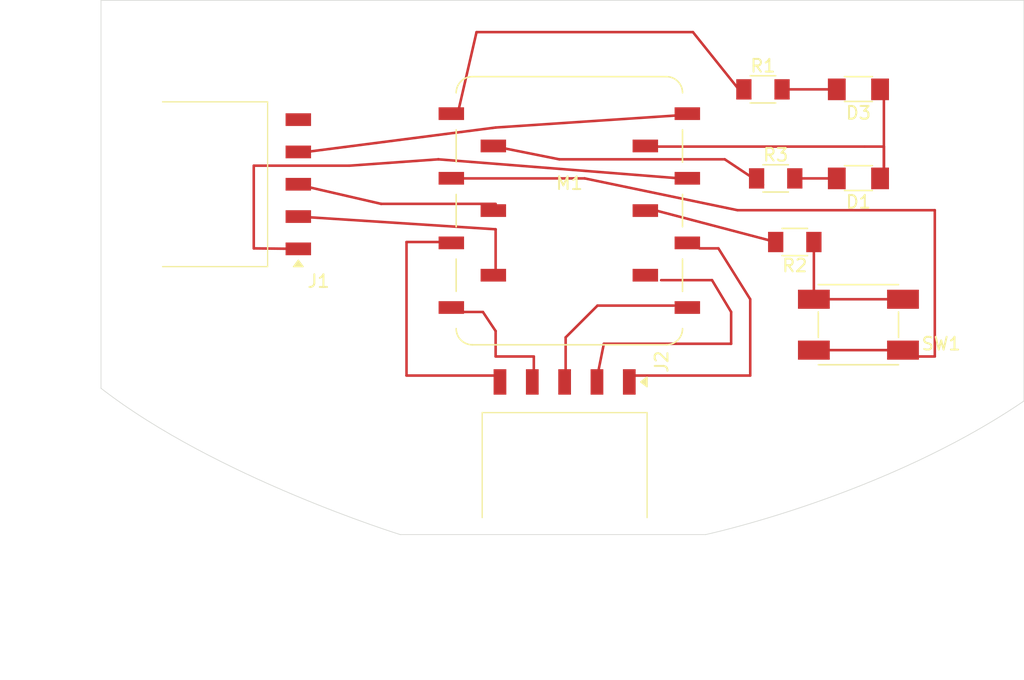
<source format=kicad_pcb>
(kicad_pcb (version 20241229) (generator "pcbnew") (generator_version "9.0")
  (layers (0 "F.Cu" signal) (2 "B.Cu" signal) (13 "F.Paste" user) (15 "B.Paste" user) (5 "F.SilkS" user "F.Silkscreen") (7 "B.SilkS" user "B.Silkscreen") (1 "F.Mask" user) (3 "B.Mask" user) (25 "Edge.Cuts" user))
  (net 0 "")
  (net 1 "Net-(D3-A)")
  (net 2 "PWR_GND")
  (net 3 "Net-(M1-D0)")
  (net 4 "Net-(M1-D6)")
  (net 5 "+5V")
  (net 6 "Net-(M1-D4)")
  (net 7 "Net-(M1-D8)")
  (net 8 "Net-(M1-D7)")
  (net 9 "Net-(M1-D9)")
  (net 10 "Net-(D1-A)")
  (net 11 "Net-(M1-D1)")
  (net 12 "Net-(M1-D2)")
  (net 13 "Net-(M1-D10)")
  (net 14 "Net-(R2-Pad1)")
  (net 15 "Earth")
  (net 16 "PWR_3V3")
  (net 17 "Net-(M1-D5)")
  (net 18 "Net-(M1-D3)")
  (footprint "PCM_fab:Button_Omron_B3SN_6.0x6.0mm" (layer "F.Cu") (at 181 69.5)
    (property "Reference" "SW1" (at 6.5 1.5 0) (layer "F.SilkS"))
    (property "Value" "Switch_Tactile_Omron")
    (fp_line (start -3.15 -3.15) (end 3.15 -3.15) (stroke (width 0.12)) (layer "F.SilkS"))
    (fp_line (start -3.15 1) (end -3.15 -1) (stroke (width 0.12)) (layer "F.SilkS"))
    (fp_line (start 3.15 -1) (end 3.15 1) (stroke (width 0.12)) (layer "F.SilkS"))
    (fp_line (start 3.15 3.15) (end -3.15 3.15) (stroke (width 0.12)) (layer "F.SilkS"))
    (pad "1" smd rect (at -3.5 -2) (size 2.5 1.5) (layers "F.Cu" "F.Mask" "F.Paste") (net 14 "Net-(R2-Pad1)"))
    (pad "1" smd rect (at 3.5 -2) (size 2.5 1.5) (layers "F.Cu" "F.Mask" "F.Paste") (net 14 "Net-(R2-Pad1)"))
    (pad "2" smd rect (at -3.5 2) (size 2.5 1.5) (layers "F.Cu" "F.Mask" "F.Paste") (net 12 "Net-(M1-D2)"))
    (pad "2" smd rect (at 3.5 2) (size 2.5 1.5) (layers "F.Cu" "F.Mask" "F.Paste") (net 12 "Net-(M1-D2)"))
  )
  (footprint "PCM_fab:PinSocket_01x05_P2.54mm_Horizontal_SMD" (layer "F.Cu") (at 137 63.54 180)
    (property "Reference" "J1" (at -0.635 -2.54 0) (layer "F.SilkS") (effects (justify left)))
    (property "Value" "PinSocket_01x05_P2.54mm_Horizontal_SMD I2C")
    (fp_line (start 10.668 -1.397) (end 2.413 -1.397) (stroke (width 0.1)) (layer "F.SilkS"))
    (fp_line (start 2.413 11.557) (end 10.668 11.557) (stroke (width 0.1)) (layer "F.SilkS"))
    (fp_line (start 2.413 -1.397) (end 2.413 11.557) (stroke (width 0.1)) (layer "F.SilkS"))
    (fp_poly (pts (xy 0 -0.889) (xy -0.381 -1.397) (xy 0.381 -1.397)) (stroke (width 0.1)) (fill yes) (layer "F.SilkS"))
    (pad "1" smd rect (at 0 0 180) (size 2 1) (layers "F.Cu" "F.Mask" "F.Paste") (net 16 "PWR_3V3"))
    (pad "2" smd rect (at 0 2.54 180) (size 2 1) (layers "F.Cu" "F.Mask" "F.Paste") (net 17 "Net-(M1-D5)"))
    (pad "3" smd rect (at 0 5.08 180) (size 2 1) (layers "F.Cu" "F.Mask" "F.Paste") (net 18 "Net-(M1-D3)"))
    (pad "4" smd rect (at 0 7.62 180) (size 2 1) (layers "F.Cu" "F.Mask" "F.Paste") (net 5 "+5V"))
    (pad "5" smd rect (at 0 10.16 180) (size 2 1) (layers "F.Cu" "F.Mask" "F.Paste") (net 15 "Earth"))
  )
  (footprint "PCM_fab:R_1206" (layer "F.Cu") (at 174.5 58)
    (property "Reference" "R3" (at 0 -1.85 0) (layer "F.SilkS"))
    (property "Value" "R_1k")
    (fp_line (start -1 -1.07) (end 1 -1.07) (stroke (width 0.12)) (layer "F.SilkS"))
    (fp_line (start 1 1.07) (end -1 1.07) (stroke (width 0.12)) (layer "F.SilkS"))
    (pad "1" smd rect (at -1.5 0) (size 1.2 1.6) (layers "F.Cu" "F.Mask" "F.Paste") (net 11 "Net-(M1-D1)"))
    (pad "2" smd rect (at 1.5 0) (size 1.2 1.6) (layers "F.Cu" "F.Mask" "F.Paste") (net 10 "Net-(D1-A)"))
  )
  (footprint "PCM_fab:R_1206" (layer "F.Cu") (at 176 63 180)
    (property "Reference" "R2" (at 0 -1.85 0) (layer "F.SilkS"))
    (property "Value" "R_10k")
    (fp_line (start 1 1.07) (end -1 1.07) (stroke (width 0.12)) (layer "F.SilkS"))
    (fp_line (start -1 -1.07) (end 1 -1.07) (stroke (width 0.12)) (layer "F.SilkS"))
    (pad "1" smd rect (at -1.5 0 180) (size 1.2 1.6) (layers "F.Cu" "F.Mask" "F.Paste") (net 14 "Net-(R2-Pad1)"))
    (pad "2" smd rect (at 1.5 0 180) (size 1.2 1.6) (layers "F.Cu" "F.Mask" "F.Paste") (net 13 "Net-(M1-D10)"))
  )
  (footprint "PCM_fab:LED_1206" (layer "F.Cu") (at 181 58 180)
    (property "Reference" "D1" (at 0 -1.85 0) (layer "F.SilkS"))
    (property "Value" "LED_1206")
    (fp_line (start -1.1 1) (end 1.1 1) (stroke (width 0.12)) (layer "F.SilkS"))
    (fp_line (start -1.1 -0.95) (end 1.1 -0.95) (stroke (width 0.12)) (layer "F.SilkS"))
    (pad "1" smd rect (at -1.7 0 180) (size 1.4 1.7) (layers "F.Cu" "F.Mask" "F.Paste") (net 2 "PWR_GND"))
    (pad "2" smd rect (at 1.7 0 180) (size 1.4 1.7) (layers "F.Cu" "F.Mask" "F.Paste") (net 10 "Net-(D1-A)"))
  )
  (footprint "PCM_fab:PinSocket_01x05_P2.54mm_Horizontal_SMD" (layer "F.Cu") (at 163 74 -90)
    (property "Reference" "J2" (at -0.635 -2.54 90) (layer "F.SilkS") (effects (justify left)))
    (property "Value" "PinSocket_01x05_P2.54mm_Horizontal_SMD I2C")
    (fp_line (start 2.413 11.557) (end 10.668 11.557) (stroke (width 0.1)) (layer "F.SilkS"))
    (fp_line (start 2.413 -1.397) (end 2.413 11.557) (stroke (width 0.1)) (layer "F.SilkS"))
    (fp_line (start 10.668 -1.397) (end 2.413 -1.397) (stroke (width 0.1)) (layer "F.SilkS"))
    (fp_poly (pts (xy 0 -0.889) (xy -0.381 -1.397) (xy 0.381 -1.397)) (stroke (width 0.1)) (fill yes) (layer "F.SilkS"))
    (pad "1" smd rect (at 0 0 270) (size 2 1) (layers "F.Cu" "F.Mask" "F.Paste") (net 9 "Net-(M1-D9)"))
    (pad "2" smd rect (at 0 2.54 270) (size 2 1) (layers "F.Cu" "F.Mask" "F.Paste") (net 7 "Net-(M1-D8)"))
    (pad "3" smd rect (at 0 5.08 270) (size 2 1) (layers "F.Cu" "F.Mask" "F.Paste") (net 8 "Net-(M1-D7)"))
    (pad "4" smd rect (at 0 7.62 270) (size 2 1) (layers "F.Cu" "F.Mask" "F.Paste") (net 4 "Net-(M1-D6)"))
    (pad "5" smd rect (at 0 10.16 270) (size 2 1) (layers "F.Cu" "F.Mask" "F.Paste") (net 6 "Net-(M1-D4)"))
  )
  (footprint "PCM_fab:R_1206" (layer "F.Cu") (at 173.5 51)
    (property "Reference" "R1" (at 0 -1.85 0) (layer "F.SilkS"))
    (property "Value" "R_1k")
    (fp_line (start -1 -1.07) (end 1 -1.07) (stroke (width 0.12)) (layer "F.SilkS"))
    (fp_line (start 1 1.07) (end -1 1.07) (stroke (width 0.12)) (layer "F.SilkS"))
    (pad "1" smd rect (at -1.5 0) (size 1.2 1.6) (layers "F.Cu" "F.Mask" "F.Paste") (net 3 "Net-(M1-D0)"))
    (pad "2" smd rect (at 1.5 0) (size 1.2 1.6) (layers "F.Cu" "F.Mask" "F.Paste") (net 1 "Net-(D3-A)"))
  )
  (footprint "PCM_fab:Module_XIAO_Generic_SocketSMD" (layer "F.Cu") (at 158.29 60.53)
    (property "Reference" "M1" (at 0.0025 -2.149 0) (layer "F.SilkS"))
    (property "Value" "Module_XIAO_Generic_SocketSMD")
    (fp_line (start -8.89 -6.35) (end -8.89 -3.81) (stroke (width 0.12)) (layer "F.SilkS"))
    (fp_line (start -8.89 -1.27) (end -8.89 1.27) (stroke (width 0.12)) (layer "F.SilkS"))
    (fp_line (start -8.89 3.81) (end -8.89 6.35) (stroke (width 0.12)) (layer "F.SilkS"))
    (fp_line (start -7.6175 -10.531) (end 7.6225 -10.531) (stroke (width 0.12)) (layer "F.SilkS"))
    (fp_line (start 7.6225 10.551) (end -7.6175 10.551) (stroke (width 0.12)) (layer "F.SilkS"))
    (fp_line (start 8.89 -6.35) (end 8.89 -3.81) (stroke (width 0.12)) (layer "F.SilkS"))
    (fp_line (start 8.89 -1.27) (end 8.89 1.27) (stroke (width 0.12)) (layer "F.SilkS"))
    (fp_line (start 8.89 3.81) (end 8.89 6.35) (stroke (width 0.12)) (layer "F.SilkS"))
    (fp_arc (start -8.8875 -9.261) (mid -8.515526 -10.159026) (end -7.6175 -10.531) (stroke (width 0.12)) (layer "F.SilkS"))
    (fp_arc (start -7.6175 10.551) (mid -8.515526 10.179026) (end -8.8875 9.281) (stroke (width 0.12)) (layer "F.SilkS"))
    (fp_arc (start 7.6225 -10.531) (mid 8.520526 -10.159026) (end 8.8925 -9.261) (stroke (width 0.12)) (layer "F.SilkS"))
    (fp_arc (start 8.8925 9.281) (mid 8.520526 10.179026) (end 7.6225 10.551) (stroke (width 0.12)) (layer "F.SilkS"))
    (pad "1" smd rect (at -9.27 -7.62) (size 2 1) (layers "F.Cu" "F.Mask" "F.Paste") (net 3 "Net-(M1-D0)"))
    (pad "2" smd rect (at -5.97 -5.08) (size 2 1) (layers "F.Cu" "F.Mask" "F.Paste") (net 11 "Net-(M1-D1)"))
    (pad "3" smd rect (at -9.27 -2.54) (size 2 1) (layers "F.Cu" "F.Mask" "F.Paste") (net 12 "Net-(M1-D2)"))
    (pad "4" smd rect (at -5.97 0) (size 2 1) (layers "F.Cu" "F.Mask" "F.Paste") (net 18 "Net-(M1-D3)"))
    (pad "5" smd rect (at -9.27 2.54) (size 2 1) (layers "F.Cu" "F.Mask" "F.Paste") (net 6 "Net-(M1-D4)"))
    (pad "6" smd rect (at -5.97 5.08) (size 2 1) (layers "F.Cu" "F.Mask" "F.Paste") (net 17 "Net-(M1-D5)"))
    (pad "7" smd rect (at -9.27 7.62) (size 2 1) (layers "F.Cu" "F.Mask" "F.Paste") (net 4 "Net-(M1-D6)"))
    (pad "8" smd rect (at 9.27 7.62) (size 2 1) (layers "F.Cu" "F.Mask" "F.Paste") (net 8 "Net-(M1-D7)"))
    (pad "9" smd rect (at 5.97 5.08) (size 2 1) (layers "F.Cu" "F.Mask" "F.Paste") (net 7 "Net-(M1-D8)"))
    (pad "10" smd rect (at 9.27 2.54) (size 2 1) (layers "F.Cu" "F.Mask" "F.Paste") (net 9 "Net-(M1-D9)"))
    (pad "11" smd rect (at 5.97 0) (size 2 1) (layers "F.Cu" "F.Mask" "F.Paste") (net 13 "Net-(M1-D10)"))
    (pad "12" smd rect (at 9.27 -2.54) (size 2 1) (layers "F.Cu" "F.Mask" "F.Paste") (net 16 "PWR_3V3"))
    (pad "13" smd rect (at 5.97 -5.08) (size 2 1) (layers "F.Cu" "F.Mask" "F.Paste") (net 2 "PWR_GND"))
    (pad "14" smd rect (at 9.27 -7.62) (size 2 1) (layers "F.Cu" "F.Mask" "F.Paste") (net 5 "+5V"))
  )
  (footprint "PCM_fab:LED_1206" (layer "F.Cu") (at 181 51 180)
    (property "Reference" "D3" (at 0 -1.85 0) (layer "F.SilkS"))
    (property "Value" "LED_1206")
    (fp_line (start -1.1 1) (end 1.1 1) (stroke (width 0.12)) (layer "F.SilkS"))
    (fp_line (start -1.1 -0.95) (end 1.1 -0.95) (stroke (width 0.12)) (layer "F.SilkS"))
    (pad "1" smd rect (at -1.7 0 180) (size 1.4 1.7) (layers "F.Cu" "F.Mask" "F.Paste") (net 2 "PWR_GND"))
    (pad "2" smd rect (at 1.7 0 180) (size 1.4 1.7) (layers "F.Cu" "F.Mask" "F.Paste") (net 1 "Net-(D3-A)"))
  )
  (gr_line (start 148 63) (end 145.5 63) (stroke (width 0.2)) (layer "F.Cu") (net 6))
  (gr_line (start 177.5 63.5) (end 177.5 67.5) (stroke (width 0.2)) (layer "F.Cu") (net 14))
  (gr_line (start 172.5 73.5) (end 163 73.5) (stroke (width 0.2)) (layer "F.Cu") (net 9))
  (gr_line (start 164.5 55.5) (end 181.5 55.5) (stroke (width 0.2)) (layer "F.Cu") (net 2))
  (gr_line (start 183 51) (end 183 57.5) (stroke (width 0.2)) (layer "F.Cu") (net 2))
  (gr_line (start 170 63.5) (end 172.5 67.5) (stroke (width 0.2)) (layer "F.Cu") (net 9))
  (gr_line (start 184.5 71.5) (end 177.5 71.5) (stroke (width 0.2)) (layer "F.Cu") (net 12))
  (gr_line (start 152.5 60) (end 143.5 60) (stroke (width 0.2)) (layer "F.Cu") (net 18))
  (gr_line (start 150 58) (end 159.5 58) (stroke (width 0.2)) (layer "F.Cu") (net 12))
  (gr_line (start 160.5 68) (end 158 70.5) (stroke (width 0.2)) (layer "F.Cu") (net 8))
  (gr_line (start 187 72) (end 184.5 72) (stroke (width 0.2)) (layer "F.Cu") (net 12))
  (gr_line (start 165 60.5) (end 174.5 63) (stroke (width 0.2)) (layer "F.Cu") (net 13))
  (gr_line (start 183 55.5) (end 181.5 55.5) (stroke (width 0.2)) (layer "F.Cu") (net 2))
  (gr_line (start 168 46.5) (end 172 51.5) (stroke (width 0.2)) (layer "F.Cu") (net 3))
  (gr_line (start 159.5 58) (end 171.5 60.5) (stroke (width 0.2)) (layer "F.Cu") (net 12))
  (gr_line (start 143.5 60) (end 137 58.5) (stroke (width 0.2)) (layer "F.Cu") (net 18))
  (gr_line (start 152.5 72) (end 155.5 72) (stroke (width 0.2)) (layer "F.Cu") (net 4))
  (gr_line (start 145.5 63) (end 145.5 73.5) (stroke (width 0.2)) (layer "F.Cu") (net 6))
  (gr_line (start 152.5 70) (end 152.5 72) (stroke (width 0.2)) (layer "F.Cu") (net 4))
  (gr_line (start 171 71) (end 161 71) (stroke (width 0.2)) (layer "F.Cu") (net 7))
  (gr_line (start 155.5 72) (end 155.5 73.5) (stroke (width 0.2)) (layer "F.Cu") (net 4))
  (gr_line (start 151 46.5) (end 168 46.5) (stroke (width 0.2)) (layer "F.Cu") (net 3))
  (gr_line (start 176.5 58) (end 179.5 58) (stroke (width 0.2)) (layer "F.Cu") (net 10))
  (gr_line (start 187 60.5) (end 187 72) (stroke (width 0.2)) (layer "F.Cu") (net 12))
  (gr_line (start 166.5 68) (end 160.5 68) (stroke (width 0.2)) (layer "F.Cu") (net 8))
  (gr_line (start 172.5 67.5) (end 172.5 73.5) (stroke (width 0.2)) (layer "F.Cu") (net 9))
  (gr_line (start 183 57.5) (end 183 55.5) (stroke (width 0.2)) (layer "F.Cu") (net 2))
  (gr_line (start 168.5 63.5) (end 170 63.5) (stroke (width 0.2)) (layer "F.Cu") (net 9))
  (gr_line (start 167 58) (end 148 56.5) (stroke (width 0.2)) (layer "F.Cu") (net 16))
  (gr_line (start 170.5 56.5) (end 173.5 58.5) (stroke (width 0.2)) (layer "F.Cu") (net 11))
  (gr_line (start 175 51) (end 179.5 51) (stroke (width 0.2)) (layer "F.Cu") (net 1))
  (gr_line (start 133.5 57) (end 133.5 63.5) (stroke (width 0.2)) (layer "F.Cu") (net 16))
  (gr_line (start 152.5 54) (end 137 56) (stroke (width 0.2)) (layer "F.Cu") (net 5))
  (gr_line (start 149.5 53) (end 151 46.5) (stroke (width 0.2)) (layer "F.Cu") (net 3))
  (gr_line (start 149.5 68.5) (end 151.5 68.5) (stroke (width 0.2)) (layer "F.Cu") (net 4))
  (gr_line (start 157.5 56.5) (end 170.5 56.5) (stroke (width 0.2)) (layer "F.Cu") (net 11))
  (gr_line (start 152.5 62) (end 137 61) (stroke (width 0.2)) (layer "F.Cu") (net 17))
  (gr_line (start 171.5 60.5) (end 187 60.5) (stroke (width 0.2)) (layer "F.Cu") (net 12))
  (gr_line (start 151.5 68.5) (end 152.5 70) (stroke (width 0.2)) (layer "F.Cu") (net 4))
  (gr_line (start 152.5 65.5) (end 152.5 62) (stroke (width 0.2)) (layer "F.Cu") (net 17))
  (gr_line (start 148 56.5) (end 141 57) (stroke (width 0.2)) (layer "F.Cu") (net 16))
  (gr_line (start 161 71) (end 160.5 73.5) (stroke (width 0.2)) (layer "F.Cu") (net 7))
  (gr_line (start 177.5 67.5) (end 184.5 67.5) (stroke (width 0.2)) (layer "F.Cu") (net 14))
  (gr_line (start 167.5 53) (end 152.5 54) (stroke (width 0.2)) (layer "F.Cu") (net 5))
  (gr_line (start 133.5 63.5) (end 137 63.54) (stroke (width 0.2)) (layer "F.Cu") (net 16))
  (gr_line (start 152.5 55.5) (end 157.5 56.5) (stroke (width 0.2)) (layer "F.Cu") (net 11))
  (gr_line (start 171 68.5) (end 171 71) (stroke (width 0.2)) (layer "F.Cu") (net 7))
  (gr_line (start 141 57) (end 133.5 57) (stroke (width 0.2)) (layer "F.Cu") (net 16))
  (gr_line (start 145.5 73.5) (end 153 73.5) (stroke (width 0.2)) (layer "F.Cu") (net 6))
  (gr_line (start 169.5 66) (end 171 68.5) (stroke (width 0.2)) (layer "F.Cu") (net 7))
  (gr_line (start 158 70.5) (end 158 73) (stroke (width 0.2)) (layer "F.Cu") (net 8))
  (gr_line (start 165.5 66) (end 169.5 66) (stroke (width 0.2)) (layer "F.Cu") (net 7))
  (gr_curve (pts (xy 194 75.5) (xy 183 83) (xy 169 86) (xy 169 86)) (stroke (width 0.05)) (layer "Edge.Cuts"))
  (gr_line (start 169 86) (end 145 86) (stroke (width 0.05)) (layer "Edge.Cuts"))
  (gr_line (start 121.5 44) (end 194 44) (stroke (width 0.05)) (layer "Edge.Cuts"))
  (gr_curve (pts (xy 121.5 74.5) (xy 130.5 81.5) (xy 145 86) (xy 145 86)) (stroke (width 0.05)) (layer "Edge.Cuts"))
  (gr_line (start 121.5 74.5) (end 121.5 44) (stroke (width 0.05)) (layer "Edge.Cuts"))
  (gr_line (start 194 44) (end 194 75.5) (stroke (width 0.05)) (layer "Edge.Cuts"))
)
</source>
